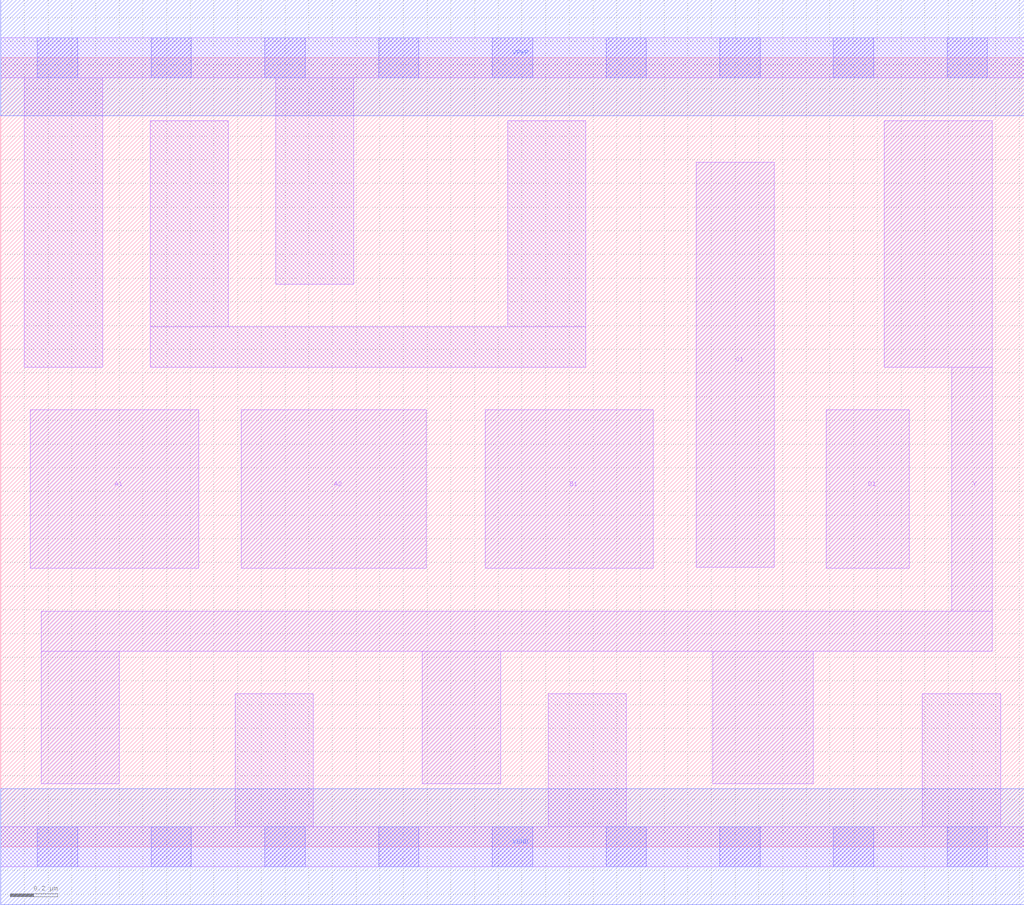
<source format=lef>
# Copyright 2020 The SkyWater PDK Authors
#
# Licensed under the Apache License, Version 2.0 (the "License");
# you may not use this file except in compliance with the License.
# You may obtain a copy of the License at
#
#     https://www.apache.org/licenses/LICENSE-2.0
#
# Unless required by applicable law or agreed to in writing, software
# distributed under the License is distributed on an "AS IS" BASIS,
# WITHOUT WARRANTIES OR CONDITIONS OF ANY KIND, either express or implied.
# See the License for the specific language governing permissions and
# limitations under the License.
#
# SPDX-License-Identifier: Apache-2.0

VERSION 5.7 ;
  NAMESCASESENSITIVE ON ;
  NOWIREEXTENSIONATPIN ON ;
  DIVIDERCHAR "/" ;
  BUSBITCHARS "[]" ;
UNITS
  DATABASE MICRONS 200 ;
END UNITS
MACRO sky130_fd_sc_lp__a2111oi_lp
  CLASS CORE ;
  SOURCE USER ;
  FOREIGN sky130_fd_sc_lp__a2111oi_lp ;
  ORIGIN  0.000000  0.000000 ;
  SIZE  4.320000 BY  3.330000 ;
  SYMMETRY X Y R90 ;
  SITE unit ;
  PIN A1
    ANTENNAGATEAREA  0.313000 ;
    DIRECTION INPUT ;
    USE SIGNAL ;
    PORT
      LAYER li1 ;
        RECT 0.125000 1.175000 0.835000 1.845000 ;
    END
  END A1
  PIN A2
    ANTENNAGATEAREA  0.313000 ;
    DIRECTION INPUT ;
    USE SIGNAL ;
    PORT
      LAYER li1 ;
        RECT 1.015000 1.175000 1.795000 1.845000 ;
    END
  END A2
  PIN B1
    ANTENNAGATEAREA  0.376000 ;
    DIRECTION INPUT ;
    USE SIGNAL ;
    PORT
      LAYER li1 ;
        RECT 2.045000 1.175000 2.755000 1.845000 ;
    END
  END B1
  PIN C1
    ANTENNAGATEAREA  0.376000 ;
    DIRECTION INPUT ;
    USE SIGNAL ;
    PORT
      LAYER li1 ;
        RECT 2.935000 1.180000 3.265000 2.890000 ;
    END
  END C1
  PIN D1
    ANTENNAGATEAREA  0.376000 ;
    DIRECTION INPUT ;
    USE SIGNAL ;
    PORT
      LAYER li1 ;
        RECT 3.485000 1.175000 3.835000 1.845000 ;
    END
  END D1
  PIN Y
    ANTENNADIFFAREA  0.635700 ;
    DIRECTION OUTPUT ;
    USE SIGNAL ;
    PORT
      LAYER li1 ;
        RECT 0.170000 0.265000 0.500000 0.825000 ;
        RECT 0.170000 0.825000 4.185000 0.995000 ;
        RECT 1.780000 0.265000 2.110000 0.825000 ;
        RECT 3.005000 0.265000 3.430000 0.825000 ;
        RECT 3.730000 2.025000 4.185000 3.065000 ;
        RECT 4.015000 0.995000 4.185000 2.025000 ;
    END
  END Y
  PIN VGND
    DIRECTION INOUT ;
    USE GROUND ;
    PORT
      LAYER met1 ;
        RECT 0.000000 -0.245000 4.320000 0.245000 ;
    END
  END VGND
  PIN VPWR
    DIRECTION INOUT ;
    USE POWER ;
    PORT
      LAYER met1 ;
        RECT 0.000000 3.085000 4.320000 3.575000 ;
    END
  END VPWR
  OBS
    LAYER li1 ;
      RECT 0.000000 -0.085000 4.320000 0.085000 ;
      RECT 0.000000  3.245000 4.320000 3.415000 ;
      RECT 0.100000  2.025000 0.430000 3.245000 ;
      RECT 0.630000  2.025000 2.470000 2.195000 ;
      RECT 0.630000  2.195000 0.960000 3.065000 ;
      RECT 0.990000  0.085000 1.320000 0.645000 ;
      RECT 1.160000  2.375000 1.490000 3.245000 ;
      RECT 2.140000  2.195000 2.470000 3.065000 ;
      RECT 2.310000  0.085000 2.640000 0.645000 ;
      RECT 3.890000  0.085000 4.220000 0.645000 ;
    LAYER mcon ;
      RECT 0.155000 -0.085000 0.325000 0.085000 ;
      RECT 0.155000  3.245000 0.325000 3.415000 ;
      RECT 0.635000 -0.085000 0.805000 0.085000 ;
      RECT 0.635000  3.245000 0.805000 3.415000 ;
      RECT 1.115000 -0.085000 1.285000 0.085000 ;
      RECT 1.115000  3.245000 1.285000 3.415000 ;
      RECT 1.595000 -0.085000 1.765000 0.085000 ;
      RECT 1.595000  3.245000 1.765000 3.415000 ;
      RECT 2.075000 -0.085000 2.245000 0.085000 ;
      RECT 2.075000  3.245000 2.245000 3.415000 ;
      RECT 2.555000 -0.085000 2.725000 0.085000 ;
      RECT 2.555000  3.245000 2.725000 3.415000 ;
      RECT 3.035000 -0.085000 3.205000 0.085000 ;
      RECT 3.035000  3.245000 3.205000 3.415000 ;
      RECT 3.515000 -0.085000 3.685000 0.085000 ;
      RECT 3.515000  3.245000 3.685000 3.415000 ;
      RECT 3.995000 -0.085000 4.165000 0.085000 ;
      RECT 3.995000  3.245000 4.165000 3.415000 ;
  END
END sky130_fd_sc_lp__a2111oi_lp
END LIBRARY

</source>
